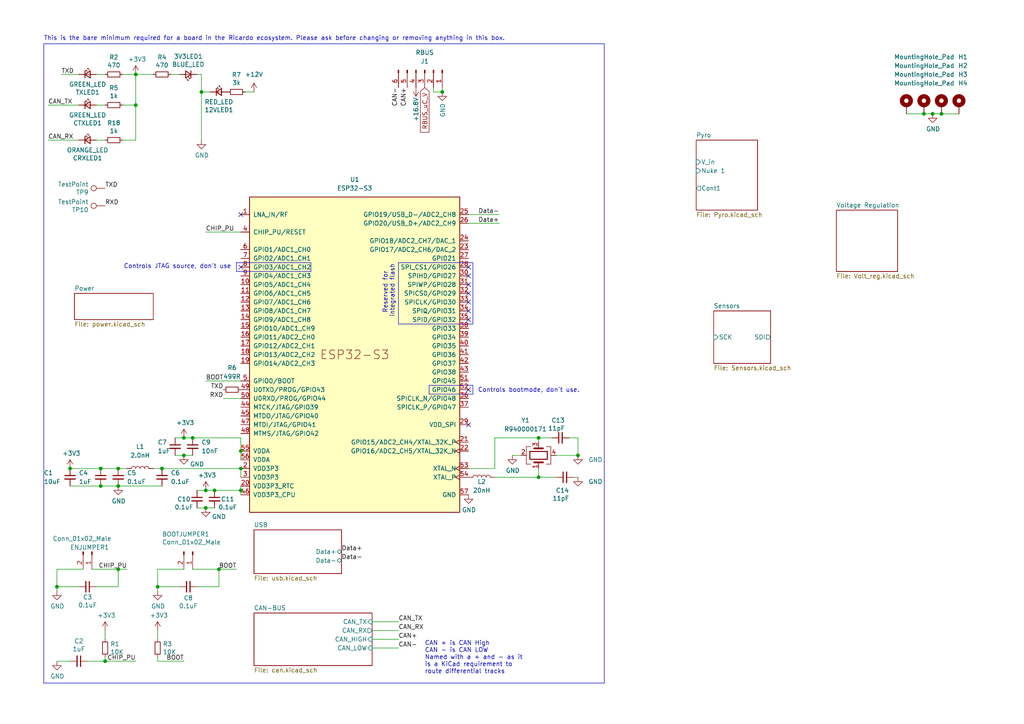
<source format=kicad_sch>
(kicad_sch (version 20231120) (generator "eeschema") (generator_version "8.0")
  (paper "A4")
  (lib_symbols
    (symbol "Connector:Conn_01x02_Male" (pin_names (offset 1.016) hide)
      (property "Reference" "J" (at 0 2.54 0))
      (property "Value" "Conn_01x02_Male" (at 0 -5.08 0))
      (symbol "Conn_01x02_Male_1_1"
        (polyline (pts (xy 1.27 -2.54) (xy 0.8636 -2.54)) (stroke (width 0.1524)))
        (polyline (pts (xy 1.27 0) (xy 0.8636 0)) (stroke (width 0.1524)))
        (rectangle (start 0.8636 -2.413) (end 0 -2.667) (stroke (width 0.1524)) (fill (type outline)))
        (rectangle (start 0.8636 0.127) (end 0 -0.127) (stroke (width 0.1524)) (fill (type outline)))
        (pin passive line (at 5.08 0 180) (length 3.81) (name "Pin_1") (number "1"))
        (pin passive line (at 5.08 -2.54 180) (length 3.81) (name "Pin_2") (number "2"))
      )
    )
    (symbol "Connector:Conn_01x06_Male" (pin_names (offset 1.016) hide)
      (property "Reference" "J" (at 0 7.62 0))
      (property "Value" "Conn_01x06_Male" (at 0 -10.16 0))
      (symbol "Conn_01x06_Male_1_1"
        (polyline (pts (xy 1.27 -7.62) (xy 0.8636 -7.62)) (stroke (width 0.1524)))
        (polyline (pts (xy 1.27 -5.08) (xy 0.8636 -5.08)) (stroke (width 0.1524)))
        (polyline (pts (xy 1.27 -2.54) (xy 0.8636 -2.54)) (stroke (width 0.1524)))
        (polyline (pts (xy 1.27 0) (xy 0.8636 0)) (stroke (width 0.1524)))
        (polyline (pts (xy 1.27 2.54) (xy 0.8636 2.54)) (stroke (width 0.1524)))
        (polyline (pts (xy 1.27 5.08) (xy 0.8636 5.08)) (stroke (width 0.1524)))
        (rectangle (start 0.8636 -7.493) (end 0 -7.747) (stroke (width 0.1524)) (fill (type outline)))
        (rectangle (start 0.8636 -4.953) (end 0 -5.207) (stroke (width 0.1524)) (fill (type outline)))
        (rectangle (start 0.8636 -2.413) (end 0 -2.667) (stroke (width 0.1524)) (fill (type outline)))
        (rectangle (start 0.8636 0.127) (end 0 -0.127) (stroke (width 0.1524)) (fill (type outline)))
        (rectangle (start 0.8636 2.667) (end 0 2.413) (stroke (width 0.1524)) (fill (type outline)))
        (rectangle (start 0.8636 5.207) (end 0 4.953) (stroke (width 0.1524)) (fill (type outline)))
        (pin passive line (at 5.08 5.08 180) (length 3.81) (name "Pin_1") (number "1"))
        (pin passive line (at 5.08 2.54 180) (length 3.81) (name "Pin_2") (number "2"))
        (pin passive line (at 5.08 0 180) (length 3.81) (name "Pin_3") (number "3"))
        (pin passive line (at 5.08 -2.54 180) (length 3.81) (name "Pin_4") (number "4"))
        (pin passive line (at 5.08 -5.08 180) (length 3.81) (name "Pin_5") (number "5"))
        (pin passive line (at 5.08 -7.62 180) (length 3.81) (name "Pin_6") (number "6"))
      )
    )
    (symbol "Connector:TestPoint" (pin_numbers hide) (pin_names (offset 0.762) hide)
      (property "Reference" "TP" (at 0 6.858 0))
      (property "Value" "TestPoint" (at 0 5.08 0))
      (symbol "TestPoint_0_1"
        (circle (center 0 3.302) (radius 0.762))
      )
      (symbol "TestPoint_1_1"
        (pin passive line (at 0 0 90) (length 2.54) (name "1") (number "1"))
      )
    )
    (symbol "Device:C_Small" (pin_numbers hide) (pin_names (offset 0.254) hide)
      (property "Reference" "C" (at 0.254 1.778 0))
      (property "Value" "C_Small" (at 0.254 -2.032 0))
      (symbol "C_Small_0_1"
        (polyline (pts (xy -1.524 -0.508) (xy 1.524 -0.508)) (stroke (width 0.3302)))
        (polyline (pts (xy -1.524 0.508) (xy 1.524 0.508)) (stroke (width 0.3048)))
      )
      (symbol "C_Small_1_1"
        (pin passive line (at 0 2.54 270) (length 2.032) (name "~") (number "1"))
        (pin passive line (at 0 -2.54 90) (length 2.032) (name "~") (number "2"))
      )
    )
    (symbol "Device:Crystal_GND24" (pin_names (offset 1.016) hide)
      (property "Reference" "Y" (at 3.175 5.08 0))
      (property "Value" "Crystal_GND24" (at 3.175 3.175 0))
      (symbol "Crystal_GND24_0_1"
        (rectangle (start -1.143 2.54) (end 1.143 -2.54) (stroke (width 0.3048)))
        (polyline (pts (xy -2.54 0) (xy -2.032 0)))
        (polyline (pts (xy -2.032 -1.27) (xy -2.032 1.27)) (stroke (width 0.508)))
        (polyline (pts (xy 0 -3.81) (xy 0 -3.556)))
        (polyline (pts (xy 0 3.556) (xy 0 3.81)))
        (polyline (pts (xy 2.032 -1.27) (xy 2.032 1.27)) (stroke (width 0.508)))
        (polyline (pts (xy 2.032 0) (xy 2.54 0)))
        (polyline (pts (xy -2.54 -2.286) (xy -2.54 -3.556) (xy 2.54 -3.556) (xy 2.54 -2.286)))
        (polyline (pts (xy -2.54 2.286) (xy -2.54 3.556) (xy 2.54 3.556) (xy 2.54 2.286)))
      )
      (symbol "Crystal_GND24_1_1"
        (pin passive line (at -3.81 0 0) (length 1.27) (name "1") (number "1"))
        (pin passive line (at 0 5.08 270) (length 1.27) (name "2") (number "2"))
        (pin passive line (at 3.81 0 180) (length 1.27) (name "3") (number "3"))
        (pin passive line (at 0 -5.08 90) (length 1.27) (name "4") (number "4"))
      )
    )
    (symbol "Device:L" (pin_numbers hide) (pin_names (offset 1.016) hide)
      (property "Reference" "L" (at -1.27 0 90))
      (property "Value" "L" (at 1.905 0 90))
      (symbol "L_0_1"
        (arc (start 0 -2.54) (mid 0.6323 -1.905) (end 0 -1.27))
        (arc (start 0 -1.27) (mid 0.6323 -0.635) (end 0 0))
        (arc (start 0 0) (mid 0.6323 0.635) (end 0 1.27))
        (arc (start 0 1.27) (mid 0.6323 1.905) (end 0 2.54))
      )
      (symbol "L_1_1"
        (pin passive line (at 0 3.81 270) (length 1.27) (name "1") (number "1"))
        (pin passive line (at 0 -3.81 90) (length 1.27) (name "2") (number "2"))
      )
    )
    (symbol "Device:LED_Small" (pin_numbers hide) (pin_names (offset 0.254) hide)
      (property "Reference" "D" (at -1.27 3.175 0))
      (property "Value" "LED_Small" (at -4.445 -2.54 0))
      (symbol "LED_Small_0_1"
        (polyline (pts (xy -0.762 -1.016) (xy -0.762 1.016)) (stroke (width 0.254)))
        (polyline (pts (xy 1.016 0) (xy -0.762 0)))
        (polyline (pts (xy 0.762 -1.016) (xy -0.762 0) (xy 0.762 1.016) (xy 0.762 -1.016)) (stroke (width 0.254)))
        (polyline (pts (xy 0 0.762) (xy -0.508 1.27) (xy -0.254 1.27) (xy -0.508 1.27) (xy -0.508 1.016)))
        (polyline (pts (xy 0.508 1.27) (xy 0 1.778) (xy 0.254 1.778) (xy 0 1.778) (xy 0 1.524)))
      )
      (symbol "LED_Small_1_1"
        (pin passive line (at -2.54 0 0) (length 1.778) (name "K") (number "1"))
        (pin passive line (at 2.54 0 180) (length 1.778) (name "A") (number "2"))
      )
    )
    (symbol "Device:R_Small" (pin_numbers hide) (pin_names (offset 0.254) hide)
      (property "Reference" "R" (at 0.762 0.508 0))
      (property "Value" "R_Small" (at 0.762 -1.016 0))
      (symbol "R_Small_0_1"
        (rectangle (start -0.762 1.778) (end 0.762 -1.778) (stroke (width 0.2032)))
      )
      (symbol "R_Small_1_1"
        (pin passive line (at 0 2.54 270) (length 0.762) (name "~") (number "1"))
        (pin passive line (at 0 -2.54 90) (length 0.762) (name "~") (number "2"))
      )
    )
    (symbol "Espressif:ESP32-S3" (pin_names (offset 1.016))
      (property "Reference" "U" (at 0 48.26 0))
      (property "Value" "ESP32-S3" (at 0 -48.26 0))
      (symbol "ESP32-S3_0_0"
        (text "ESP32-S3" (at 0 0 0) (effects (font (size 2.54 2.54))))
        (pin bidirectional line (at 33.02 -12.7 180) (length 2.54) (name "SPICLK_N/GPIO48") (number "36"))
        (pin bidirectional line (at 33.02 -15.24 180) (length 2.54) (name "SPICLK_P/GPIO47") (number "37"))
      )
      (symbol "ESP32-S3_0_1"
        (rectangle (start -30.48 45.72) (end 30.48 -45.72) (stroke (width 0.254)) (fill (type background)))
      )
      (symbol "ESP32-S3_1_1"
        (pin bidirectional line (at -33.02 40.64 0) (length 2.54) (name "LNA_IN/RF") (number "1"))
        (pin bidirectional line (at -33.02 20.32 0) (length 2.54) (name "GPIO5/ADC1_CH4") (number "10"))
        (pin bidirectional line (at -33.02 17.78 0) (length 2.54) (name "GPIO6/ADC1_CH5") (number "11"))
        (pin bidirectional line (at -33.02 15.24 0) (length 2.54) (name "GPIO7/ADC1_CH6") (number "12"))
        (pin bidirectional line (at -33.02 12.7 0) (length 2.54) (name "GPIO8/ADC1_CH7") (number "13"))
        (pin bidirectional line (at -33.02 10.16 0) (length 2.54) (name "GPIO9/ADC1_CH8") (number "14"))
        (pin bidirectional line (at -33.02 7.62 0) (length 2.54) (name "GPIO10/ADC1_CH9") (number "15"))
        (pin bidirectional line (at -33.02 5.08 0) (length 2.54) (name "GPIO11/ADC2_CH0") (number "16"))
        (pin bidirectional line (at -33.02 2.54 0) (length 2.54) (name "GPIO12/ADC2_CH1") (number "17"))
        (pin bidirectional line (at -33.02 0 0) (length 2.54) (name "GPIO13/ADC2_CH2") (number "18"))
        (pin bidirectional line (at -33.02 -2.54 0) (length 2.54) (name "GPIO14/ADC2_CH3") (number "19"))
        (pin power_in line (at -33.02 -33.02 0) (length 2.54) (name "VDD3P3") (number "2"))
        (pin power_in line (at -33.02 -38.1 0) (length 2.54) (name "VDD3P3_RTC") (number "20"))
        (pin input clock (at 33.02 -25.4 180) (length 2.54) (name "GPIO15/ADC2_CH4/XTAL_32K_P") (number "21"))
        (pin output clock (at 33.02 -27.94 180) (length 2.54) (name "GPIO16/ADC2_CH5/XTAL_32K_N") (number "22"))
        (pin bidirectional line (at 33.02 30.48 180) (length 2.54) (name "GPIO17/ADC2_CH6/DAC_2") (number "23"))
        (pin bidirectional line (at 33.02 33.02 180) (length 2.54) (name "GPIO18/ADC2_CH7/DAC_1") (number "24"))
        (pin bidirectional line (at 33.02 40.64 180) (length 2.54) (name "GPIO19/USB_D-/ADC2_CH8") (number "25"))
        (pin bidirectional line (at 33.02 38.1 180) (length 2.54) (name "GPIO20/USB_D+/ADC2_CH9") (number "26"))
        (pin bidirectional line (at 33.02 27.94 180) (length 2.54) (name "GPIO21") (number "27"))
        (pin bidirectional line (at 33.02 25.4 180) (length 2.54) (name "SPI_CS1/GPIO26") (number "28"))
        (pin power_out line (at 33.02 -20.32 180) (length 2.54) (name "VDD_SPI") (number "29"))
        (pin power_in line (at -33.02 -35.56 0) (length 2.54) (name "VDD3P3") (number "3"))
        (pin bidirectional line (at 33.02 22.86 180) (length 2.54) (name "SPIHD/GPIO27") (number "30"))
        (pin bidirectional line (at 33.02 20.32 180) (length 2.54) (name "SPIWP/GPIO28") (number "31"))
        (pin bidirectional line (at 33.02 17.78 180) (length 2.54) (name "SPICS0/GPIO29") (number "32"))
        (pin bidirectional line (at 33.02 15.24 180) (length 2.54) (name "SPICLK/GPIO30") (number "33"))
        (pin bidirectional line (at 33.02 12.7 180) (length 2.54) (name "SPIQ/GPIO31") (number "34"))
        (pin bidirectional line (at 33.02 10.16 180) (length 2.54) (name "SPID/GPIO32") (number "35"))
        (pin bidirectional line (at 33.02 7.62 180) (length 2.54) (name "GPIO33") (number "38"))
        (pin bidirectional line (at 33.02 5.08 180) (length 2.54) (name "GPIO34") (number "39"))
        (pin input line (at -33.02 35.56 0) (length 2.54) (name "CHIP_PU/RESET") (number "4"))
        (pin bidirectional line (at 33.02 2.54 180) (length 2.54) (name "GPIO35") (number "40"))
        (pin bidirectional line (at 33.02 0 180) (length 2.54) (name "GPIO36") (number "41"))
        (pin bidirectional line (at 33.02 -2.54 180) (length 2.54) (name "GPIO37") (number "42"))
        (pin bidirectional line (at 33.02 -5.08 180) (length 2.54) (name "GPIO38") (number "43"))
        (pin bidirectional line (at -33.02 -15.24 0) (length 2.54) (name "MTCK/JTAG/GPIO39") (number "44"))
        (pin bidirectional line (at -33.02 -17.78 0) (length 2.54) (name "MTDO/JTAG/GPIO40") (number "45"))
        (pin power_in line (at -33.02 -40.64 0) (length 2.54) (name "VDD3P3_CPU") (number "46"))
        (pin bidirectional line (at -33.02 -20.32 0) (length 2.54) (name "MTDI/JTAG/GPIO41") (number "47"))
        (pin bidirectional line (at -33.02 -22.86 0) (length 2.54) (name "MTMS/JTAG/GPIO42") (number "48"))
        (pin bidirectional line (at -33.02 -10.16 0) (length 2.54) (name "U0TXD/PROG/GPIO43") (number "49"))
        (pin bidirectional line (at -33.02 -7.62 0) (length 2.54) (name "GPIO0/BOOT") (number "5"))
        (pin bidirectional line (at -33.02 -12.7 0) (length 2.54) (name "U0RXD/PROG/GPIO44") (number "50"))
        (pin bidirectional line (at 33.02 -7.62 180) (length 2.54) (name "GPIO45") (number "51"))
        (pin bidirectional line (at 33.02 -10.16 180) (length 2.54) (name "GPIO46") (number "52"))
        (pin input clock (at 33.02 -33.02 180) (length 2.54) (name "XTAL_N") (number "53"))
        (pin output clock (at 33.02 -35.56 180) (length 2.54) (name "XTAL_P") (number "54"))
        (pin power_in line (at -33.02 -27.94 0) (length 2.54) (name "VDDA") (number "55"))
        (pin power_in line (at -33.02 -30.48 0) (length 2.54) (name "VDDA") (number "56"))
        (pin power_in line (at 33.02 -40.64 180) (length 2.54) (name "GND") (number "57"))
        (pin bidirectional line (at -33.02 30.48 0) (length 2.54) (name "GPIO1/ADC1_CH0") (number "6"))
        (pin bidirectional line (at -33.02 27.94 0) (length 2.54) (name "GPIO2/ADC1_CH1") (number "7"))
        (pin bidirectional line (at -33.02 25.4 0) (length 2.54) (name "GPIO3/ADC1_CH2") (number "8"))
        (pin bidirectional line (at -33.02 22.86 0) (length 2.54) (name "GPIO4/ADC1_CH3") (number "9"))
      )
    )
    (symbol "Mechanical:MountingHole_Pad" (pin_numbers hide) (pin_names (offset 1.016) hide)
      (property "Reference" "H" (at 0 6.35 0))
      (property "Value" "MountingHole_Pad" (at 0 4.445 0))
      (symbol "MountingHole_Pad_0_1"
        (circle (center 0 1.27) (radius 1.27) (stroke (width 1.27)))
      )
      (symbol "MountingHole_Pad_1_1"
        (pin input line (at 0 -2.54 90) (length 2.54) (name "1") (number "1"))
      )
    )
    (symbol "power:+12V" (power) (pin_names (offset 0))
      (property "Value" "+12V" (at 0 3.556 0))
      (symbol "+12V_0_1"
        (polyline (pts (xy -0.762 1.27) (xy 0 2.54)))
        (polyline (pts (xy 0 0) (xy 0 2.54)))
        (polyline (pts (xy 0 2.54) (xy 0.762 1.27)))
      )
      (symbol "+12V_1_1"
        (pin power_in line (at 0 0 90) (length 0) hide (name "+12V") (number "1"))
      )
    )
    (symbol "power:+3.3V" (power) (pin_names (offset 0))
      (property "Value" "+3.3V" (at 0 3.556 0))
      (symbol "+3.3V_0_1"
        (polyline (pts (xy -0.762 1.27) (xy 0 2.54)))
        (polyline (pts (xy 0 0) (xy 0 2.54)))
        (polyline (pts (xy 0 2.54) (xy 0.762 1.27)))
      )
      (symbol "+3.3V_1_1"
        (pin power_in line (at 0 0 90) (length 0) hide (name "+3V3") (number "1"))
      )
    )
    (symbol "power:GND" (power) (pin_names (offset 0))
      (property "Value" "GND" (at 0 -3.81 0))
      (symbol "GND_0_1"
        (polyline (pts (xy 0 0) (xy 0 -1.27) (xy 1.27 -1.27) (xy 0 -2.54) (xy -1.27 -1.27) (xy 0 -1.27)))
      )
      (symbol "GND_1_1"
        (pin power_in line (at 0 0 270) (length 0) hide (name "GND") (number "1"))
      )
    )
  )
  (junction (at 39.37 21.59))
  (junction (at 59.69 142.24))
  (junction (at 53.34 127))
  (junction (at 58.42 26.67))
  (junction (at 39.37 30.48))
  (junction (at 30.48 191.77))
  (junction (at 69.85 142.24))
  (junction (at 55.88 127))
  (junction (at 63.5 165.1))
  (junction (at 59.69 147.32))
  (junction (at 62.23 142.24))
  (junction (at 34.29 135.89))
  (junction (at 20.32 135.89))
  (junction (at 45.72 170.18))
  (junction (at 29.21 135.89))
  (junction (at 34.29 140.97))
  (junction (at 156.21 127))
  (junction (at 273.05 33.02))
  (junction (at 53.34 132.08))
  (junction (at 156.21 138.43))
  (junction (at 69.85 130.81))
  (junction (at 29.21 140.97))
  (junction (at 16.51 170.18))
  (junction (at 270.51 33.02))
  (junction (at 267.97 33.02))
  (junction (at 167.64 132.08))
  (junction (at 46.99 135.89))
  (junction (at 128.27 26.67))
  (junction (at 34.29 165.1))
  (junction (at 69.85 135.89))
  (no_connect (at 135.89 77.47))
  (no_connect (at 135.89 87.63))
  (no_connect (at 135.89 85.09))
  (no_connect (at 135.89 90.17))
  (no_connect (at 135.89 80.01))
  (no_connect (at 135.89 92.71))
  (no_connect (at 69.85 77.47))
  (no_connect (at 69.85 62.23))
  (no_connect (at 135.89 113.03))
  (no_connect (at 135.89 82.55))
  (no_connect (at 135.89 123.19))
  (wire (pts (xy 30.48 191.77) (xy 30.48 190.5)))
  (wire (pts (xy 135.89 62.23) (xy 144.78 62.23)))
  (wire (pts (xy 69.85 135.89) (xy 69.85 138.43)))
  (polyline (pts (xy 90.17 78.74) (xy 68.58 78.74)))
  (wire (pts (xy 63.5 170.18) (xy 63.5 165.1)))
  (polyline (pts (xy 68.58 76.2) (xy 68.58 78.74)))
  (wire (pts (xy 60.96 26.67) (xy 58.42 26.67)))
  (wire (pts (xy 16.51 191.77) (xy 20.32 191.77)))
  (wire (pts (xy 107.95 180.34) (xy 115.57 180.34)))
  (wire (pts (xy 128.27 25.4) (xy 128.27 26.67)))
  (wire (pts (xy 160.02 127) (xy 156.21 127)))
  (wire (pts (xy 35.56 30.48) (xy 39.37 30.48)))
  (wire (pts (xy 45.72 165.1) (xy 53.34 165.1)))
  (wire (pts (xy 125.73 26.67) (xy 128.27 26.67)))
  (wire (pts (xy 58.42 21.59) (xy 57.15 21.59)))
  (wire (pts (xy 29.21 135.89) (xy 34.29 135.89)))
  (wire (pts (xy 143.51 138.43) (xy 156.21 138.43)))
  (wire (pts (xy 59.69 110.49) (xy 69.85 110.49)))
  (polyline (pts (xy 12.7 12.7) (xy 12.7 198.12)))
  (wire (pts (xy 267.97 33.02) (xy 262.89 33.02)))
  (wire (pts (xy 16.51 170.18) (xy 16.51 171.45)))
  (wire (pts (xy 57.15 170.18) (xy 63.5 170.18)))
  (polyline (pts (xy 137.16 111.76) (xy 137.16 114.3)))
  (wire (pts (xy 68.58 165.1) (xy 63.5 165.1)))
  (wire (pts (xy 27.94 21.59) (xy 30.48 21.59)))
  (wire (pts (xy 16.51 165.1) (xy 16.51 170.18)))
  (wire (pts (xy 161.29 132.08) (xy 167.64 132.08)))
  (wire (pts (xy 30.48 182.88) (xy 30.48 185.42)))
  (wire (pts (xy 57.15 147.32) (xy 59.69 147.32)))
  (polyline (pts (xy 68.58 76.2) (xy 90.17 76.2)))
  (wire (pts (xy 34.29 135.89) (xy 36.83 135.89)))
  (wire (pts (xy 69.85 142.24) (xy 69.85 143.51)))
  (wire (pts (xy 62.23 142.24) (xy 69.85 142.24)))
  (wire (pts (xy 64.77 115.57) (xy 69.85 115.57)))
  (wire (pts (xy 53.34 132.08) (xy 55.88 132.08)))
  (wire (pts (xy 143.51 135.89) (xy 143.51 127)))
  (wire (pts (xy 156.21 127) (xy 156.21 128.27)))
  (wire (pts (xy 34.29 165.1) (xy 36.83 165.1)))
  (wire (pts (xy 50.8 132.08) (xy 53.34 132.08)))
  (polyline (pts (xy 124.46 111.76) (xy 124.46 114.3)))
  (wire (pts (xy 35.56 40.64) (xy 39.37 40.64)))
  (polyline (pts (xy 12.7 12.7) (xy 175.26 12.7)))
  (wire (pts (xy 39.37 30.48) (xy 39.37 40.64)))
  (wire (pts (xy 44.45 135.89) (xy 46.99 135.89)))
  (wire (pts (xy 69.85 130.81) (xy 69.85 133.35)))
  (wire (pts (xy 39.37 30.48) (xy 39.37 21.59)))
  (wire (pts (xy 22.86 170.18) (xy 16.51 170.18)))
  (wire (pts (xy 27.94 40.64) (xy 30.48 40.64)))
  (wire (pts (xy 50.8 127) (xy 53.34 127)))
  (wire (pts (xy 17.78 21.59) (xy 22.86 21.59)))
  (wire (pts (xy 13.97 30.48) (xy 22.86 30.48)))
  (wire (pts (xy 52.07 170.18) (xy 45.72 170.18)))
  (wire (pts (xy 278.13 33.02) (xy 273.05 33.02)))
  (wire (pts (xy 29.21 140.97) (xy 34.29 140.97)))
  (wire (pts (xy 35.56 21.59) (xy 39.37 21.59)))
  (wire (pts (xy 55.88 127) (xy 69.85 127)))
  (wire (pts (xy 107.95 187.96) (xy 115.57 187.96)))
  (wire (pts (xy 107.95 182.88) (xy 115.57 182.88)))
  (wire (pts (xy 69.85 127) (xy 69.85 130.81)))
  (polyline (pts (xy 137.16 114.3) (xy 124.46 114.3)))
  (wire (pts (xy 55.88 165.1) (xy 63.5 165.1)))
  (wire (pts (xy 125.73 25.4) (xy 125.73 26.67)))
  (wire (pts (xy 25.4 191.77) (xy 30.48 191.77)))
  (wire (pts (xy 273.05 33.02) (xy 270.51 33.02)))
  (wire (pts (xy 135.89 135.89) (xy 143.51 135.89)))
  (wire (pts (xy 45.72 170.18) (xy 45.72 171.45)))
  (wire (pts (xy 45.72 191.77) (xy 45.72 190.5)))
  (wire (pts (xy 49.53 21.59) (xy 52.07 21.59)))
  (wire (pts (xy 148.59 132.08) (xy 151.13 132.08)))
  (wire (pts (xy 58.42 21.59) (xy 58.42 26.67)))
  (wire (pts (xy 161.29 138.43) (xy 156.21 138.43)))
  (wire (pts (xy 59.69 67.31) (xy 69.85 67.31)))
  (wire (pts (xy 53.34 191.77) (xy 45.72 191.77)))
  (wire (pts (xy 58.42 26.67) (xy 58.42 40.64)))
  (wire (pts (xy 156.21 135.89) (xy 156.21 138.43)))
  (wire (pts (xy 34.29 170.18) (xy 34.29 165.1)))
  (polyline (pts (xy 90.17 76.2) (xy 90.17 78.74)))
  (wire (pts (xy 143.51 127) (xy 156.21 127)))
  (wire (pts (xy 167.64 138.43) (xy 166.37 138.43)))
  (wire (pts (xy 20.32 135.89) (xy 29.21 135.89)))
  (wire (pts (xy 167.64 127) (xy 167.64 132.08)))
  (wire (pts (xy 13.97 40.64) (xy 22.86 40.64)))
  (wire (pts (xy 39.37 21.59) (xy 44.45 21.59)))
  (polyline (pts (xy 124.46 111.76) (xy 137.16 111.76)))
  (wire (pts (xy 59.69 147.32) (xy 62.23 147.32)))
  (wire (pts (xy 30.48 191.77) (xy 39.37 191.77)))
  (wire (pts (xy 270.51 33.02) (xy 267.97 33.02)))
  (wire (pts (xy 107.95 185.42) (xy 115.57 185.42)))
  (wire (pts (xy 53.34 127) (xy 55.88 127)))
  (wire (pts (xy 73.66 26.67) (xy 71.12 26.67)))
  (wire (pts (xy 46.99 135.89) (xy 69.85 135.89)))
  (polyline (pts (xy 175.26 12.7) (xy 175.26 198.12)))
  (wire (pts (xy 27.94 30.48) (xy 30.48 30.48)))
  (wire (pts (xy 34.29 140.97) (xy 46.99 140.97)))
  (wire (pts (xy 135.89 64.77) (xy 144.78 64.77)))
  (wire (pts (xy 27.94 170.18) (xy 34.29 170.18)))
  (wire (pts (xy 45.72 165.1) (xy 45.72 170.18)))
  (wire (pts (xy 59.69 142.24) (xy 62.23 142.24)))
  (wire (pts (xy 57.15 142.24) (xy 59.69 142.24)))
  (wire (pts (xy 20.32 140.97) (xy 29.21 140.97)))
  (wire (pts (xy 69.85 142.24) (xy 69.85 140.97)))
  (wire (pts (xy 167.64 127) (xy 165.1 127)))
  (wire (pts (xy 26.67 165.1) (xy 34.29 165.1)))
  (wire (pts (xy 45.72 182.88) (xy 45.72 185.42)))
  (wire (pts (xy 16.51 165.1) (xy 24.13 165.1)))
  (polyline (pts (xy 175.26 198.12) (xy 12.7 198.12)))
  (rectangle (start 115.57 76.2) (end 137.16 93.98))
  (text "Controls bootmode, don't use.\n" (at 138.5894 113.9757 0) (effects (font (size 1.27 1.27)) (justify left bottom)))
  (text "This is the bare minimum required for a board in the Ricardo ecosystem. Please ask before changing or removing anything in this box.\n\n" (at 12.7 13.97 0) (effects (font (size 1.27 1.27)) (justify left bottom)))
  (text "CAN + is CAN High\nCAN - is CAN LOW\nNamed with a + and - as it\nis a KiCad requirement to\nroute differential tracks\n" (at 123.19 195.58 0) (effects (font (size 1.27 1.27)) (justify left bottom)))
  (text "Controls JTAG source, don't use\n" (at 67.0857 78.0878 0) (effects (font (size 1.27 1.27)) (justify right bottom)))
  (text "Reserved for \nintegrated flash" (at 112.776 84.328 90) (effects (font (size 1.27 1.27))))
  (label "CHIP_PU" (at 36.83 165.1 180))
  (label "CAN+" (at 115.57 185.42 0))
  (label "Data+" (at 99.06 160.02 0) (property "Netclass" "USB" (effects (hide yes))))
  (label "RXD" (at 30.48 59.69 0))
  (label "Data-" (at 99.06 162.56 0) (property "Netclass" "USB" (effects (hide yes))))
  (label "BOOT" (at 53.34 191.77 180))
  (label "TXD" (at 30.48 54.61 0))
  (label "CAN_RX" (at 13.97 40.64 0))
  (label "CAN-" (at 115.57 25.4 270))
  (label "CAN+" (at 118.11 25.4 270))
  (label "CAN_TX" (at 115.57 180.34 0))
  (label "BOOT" (at 68.58 165.1 180))
  (label "RXD" (at 64.77 115.57 180))
  (label "BOOT" (at 59.69 110.49 0))
  (label "TXD" (at 64.77 113.03 180))
  (label "CAN_TX" (at 13.97 30.48 0))
  (label "CHIP_PU" (at 59.69 67.31 0))
  (label "CAN_RX" (at 115.57 182.88 0))
  (label "Data+" (at 144.78 64.77 180))
  (label "Data-" (at 144.78 62.23 180))
  (label "CAN-" (at 115.57 187.96 0))
  (label "TXD" (at 17.78 21.59 0))
  (label "CHIP_PU" (at 39.37 191.77 180))
  (global_label "RBUS_uC_V" (shape input) (at 123.19 25.4 270) (property "Intersheetrefs" "${INTERSHEET_REFS}" (effects (hide yes))))
  (symbol (lib_id "power:+3.3V") (at 30.48 182.88 0) (unit 1)
    (property "Reference" "#PWR04" (effects (hide yes)))
    (property "Value" "+3V3" (at 30.861 178.4858 0))
  )
  (symbol (lib_id "Device:R_Small") (at 30.48 187.96 0) (unit 1)
    (property "Reference" "R1" (at 31.9786 186.7916 0) (effects (justify left)))
    (property "Value" "10K" (at 31.9786 189.103 0) (effects (justify left)))
    (property "Footprint" "Resistor_SMD:R_0402_1005Metric" (effects (hide yes)))
  )
  (symbol (lib_id "Device:C_Small") (at 22.86 191.77 270) (unit 1)
    (property "Reference" "C2" (at 22.86 185.9534 90))
    (property "Value" "1uF" (at 22.86 188.2648 90))
    (property "Footprint" "Capacitor_SMD:C_0402_1005Metric" (effects (hide yes)))
  )
  (symbol (lib_id "power:GND") (at 16.51 191.77 0) (unit 1)
    (property "Reference" "#PWR02" (effects (hide yes)))
    (property "Value" "GND" (at 16.637 196.1642 0))
  )
  (symbol (lib_id "power:+3.3V") (at 45.72 182.88 0) (unit 1)
    (property "Reference" "#PWR08" (effects (hide yes)))
    (property "Value" "+3V3" (at 46.101 178.4858 0))
  )
  (symbol (lib_id "Device:R_Small") (at 45.72 187.96 0) (unit 1)
    (property "Reference" "R3" (at 47.2186 186.7916 0) (effects (justify left)))
    (property "Value" "10K" (at 47.2186 189.103 0) (effects (justify left)))
    (property "Footprint" "Resistor_SMD:R_0402_1005Metric" (effects (hide yes)))
  )
  (symbol (lib_id "power:GND") (at 45.72 171.45 0) (unit 1)
    (property "Reference" "#PWR07" (effects (hide yes)))
    (property "Value" "GND" (at 45.847 175.8442 0))
  )
  (symbol (lib_id "Device:C_Small") (at 54.61 170.18 270) (unit 1)
    (property "Reference" "C8" (at 54.61 173.4566 90))
    (property "Value" "0.1uF" (at 54.61 175.768 90))
    (property "Footprint" "Capacitor_SMD:C_0402_1005Metric" (effects (hide yes)))
  )
  (symbol (lib_id "power:GND") (at 16.51 171.45 0) (unit 1)
    (property "Reference" "#PWR01" (effects (hide yes)))
    (property "Value" "GND" (at 16.637 175.8442 0))
  )
  (symbol (lib_id "Device:C_Small") (at 25.4 170.18 270) (unit 1)
    (property "Reference" "C3" (at 25.4 173.2026 90))
    (property "Value" "0.1uF" (at 25.4 175.514 90))
    (property "Footprint" "Capacitor_SMD:C_0402_1005Metric" (effects (hide yes)))
  )
  (symbol (lib_id "Device:LED_Small") (at 25.4 21.59 0) (unit 1)
    (property "Reference" "TXLED1" (at 25.4 26.797 0))
    (property "Value" "GREEN_LED" (at 25.4 24.4856 0))
    (property "Footprint" "Resistor_SMD:R_0402_1005Metric" (effects (hide yes)))
  )
  (symbol (lib_id "Device:R_Small") (at 33.02 21.59 270) (unit 1)
    (property "Reference" "R2" (at 33.02 16.6116 90))
    (property "Value" "470" (at 33.02 18.923 90))
    (property "Footprint" "Resistor_SMD:R_0402_1005Metric" (effects (hide yes)))
  )
  (symbol (lib_id "power:GND") (at 58.42 40.64 0) (unit 1)
    (property "Reference" "#PWR012" (effects (hide yes)))
    (property "Value" "GND" (at 58.547 45.0342 0))
  )
  (symbol (lib_id "power:+3.3V") (at 39.37 21.59 0) (unit 1)
    (property "Reference" "#PWR06" (effects (hide yes)))
    (property "Value" "+3V3" (at 39.751 17.1958 0))
  )
  (symbol (lib_id "Device:LED_Small") (at 54.61 21.59 180) (unit 1)
    (property "Reference" "3V3LED1" (at 54.61 16.383 0))
    (property "Value" "BLUE_LED" (at 54.61 18.6944 0))
    (property "Footprint" "Resistor_SMD:R_0402_1005Metric" (effects (hide yes)))
  )
  (symbol (lib_id "Device:R_Small") (at 46.99 21.59 270) (unit 1)
    (property "Reference" "R4" (at 46.99 16.6116 90))
    (property "Value" "470" (at 46.99 18.923 90))
    (property "Footprint" "Resistor_SMD:R_0402_1005Metric" (effects (hide yes)))
  )
  (symbol (lib_id "Connector:Conn_01x02_Male") (at 26.67 160.02 270) (unit 1)
    (property "Reference" "ENJUMPER1" (at 20.32 158.75 90) (effects (justify left)))
    (property "Value" "Conn_01x02_Male" (at 15.24 156.21 90) (effects (justify left)))
    (property "Footprint" "Connector_PinHeader_2.54mm:PinHeader_1x02_P2.54mm_Vertical" (effects (hide yes)))
  )
  (symbol (lib_id "Connector:Conn_01x02_Male") (at 55.88 160.02 270) (unit 1)
    (property "Reference" "BOOTJUMPER1" (at 46.99 154.94 90) (effects (justify left)))
    (property "Value" "Conn_01x02_Male" (at 46.99 157.2514 90) (effects (justify left)))
    (property "Footprint" "Connector_PinHeader_2.54mm:PinHeader_1x02_P2.54mm_Vertical" (effects (hide yes)))
  )
  (symbol (lib_id "power:GND") (at 128.27 26.67 0) (unit 1)
    (property "Reference" "#PWR018" (effects (hide yes)))
    (property "Value" "GND" (at 128.397 29.9212 90) (effects (justify right)))
  )
  (symbol (lib_id "Connector:Conn_01x06_Male") (at 123.19 20.32 270) (unit 1)
    (property "Reference" "J1" (at 123.19 17.78 90))
    (property "Value" "RBUS" (at 123.19 15.24 90))
    (property "Footprint" "Connector_Molex:Molex_Mini-Fit_Jr_5566-06A_2x03_P4.20mm_Vertical" (effects (hide yes)))
  )
  (symbol (lib_id "Device:LED_Small") (at 63.5 26.67 0) (unit 1)
    (property "Reference" "12VLED1" (at 63.5 31.877 0))
    (property "Value" "RED_LED" (at 63.5 29.5656 0))
    (property "Footprint" "Resistor_SMD:R_0402_1005Metric" (effects (hide yes)))
  )
  (symbol (lib_id "Device:R_Small") (at 68.58 26.67 270) (unit 1)
    (property "Reference" "R7" (at 68.58 21.6916 90))
    (property "Value" "3k" (at 68.58 24.003 90))
    (property "Footprint" "Resistor_SMD:R_0402_1005Metric" (effects (hide yes)))
  )
  (symbol (lib_id "Device:LED_Small") (at 25.4 30.48 0) (unit 1)
    (property "Reference" "CTXLED1" (at 25.4 35.687 0))
    (property "Value" "GREEN_LED" (at 25.4 33.3756 0))
    (property "Footprint" "Resistor_SMD:R_0402_1005Metric" (effects (hide yes)))
  )
  (symbol (lib_id "Connector:TestPoint") (at 30.48 54.61 90) (unit 1)
    (property "Reference" "TP9" (at 25.7048 55.7784 90) (effects (justify left)))
    (property "Value" "TestPoint" (at 25.7048 53.467 90) (effects (justify left)))
    (property "Footprint" "TestPoint:TestPoint_Pad_D1.0mm" (effects (hide yes)))
  )
  (symbol (lib_id "power:GND") (at 167.64 132.08 0) (unit 1)
    (property "Reference" "#PWR021" (effects (hide yes)))
    (property "Value" "GND" (at 172.72 133.35 0))
  )
  (symbol (lib_id "power:GND") (at 34.29 140.97 0) (unit 1)
    (property "Reference" "#PWR05" (effects (hide yes)))
    (property "Value" "GND" (at 34.417 145.3642 0))
  )
  (symbol (lib_id "Device:C_Small") (at 55.88 129.54 0) (unit 1)
    (property "Reference" "C9" (at 58.42 128.2762 0) (effects (justify left)))
    (property "Value" "10nF" (at 58.42 130.8162 0) (effects (justify left)))
    (property "Footprint" "Capacitor_SMD:C_0402_1005Metric" (effects (hide yes)))
  )
  (symbol (lib_id "power:+3.3V") (at 53.34 127 0) (unit 1)
    (property "Reference" "#PWR010" (effects (hide yes)))
    (property "Value" "+3V3" (at 53.721 122.6058 0))
  )
  (symbol (lib_id "Mechanical:MountingHole_Pad") (at 267.97 30.48 0) (unit 1)
    (property "Reference" "H2" (at 280.67 19.05 0) (effects (justify right)))
    (property "Value" "MountingHole_Pad" (at 276.86 21.59 0) (effects (justify right)))
    (property "Footprint" "MountingHole:MountingHole_3.2mm_M3_DIN965_Pad" (effects (hide yes)))
  )
  (symbol (lib_id "Device:C_Small") (at 50.8 129.54 0) (unit 1)
    (property "Reference" "C7" (at 45.72 128.27 0) (effects (justify left)))
    (property "Value" "1uF" (at 45.72 130.81 0) (effects (justify left)))
    (property "Footprint" "Capacitor_SMD:C_0402_1005Metric" (effects (hide yes)))
  )
  (symbol (lib_id "power:+12V") (at 73.66 26.67 0) (unit 1)
    (property "Reference" "#PWR015" (effects (hide yes)))
    (property "Value" "+12V" (at 73.66 21.59 0))
  )
  (symbol (lib_id "Mechanical:MountingHole_Pad") (at 278.13 30.48 0) (unit 1)
    (property "Reference" "H4" (at 280.67 24.13 0) (effects (justify right)))
    (property "Value" "MountingHole_Pad" (at 276.86 16.51 0) (effects (justify right)))
    (property "Footprint" "MountingHole:MountingHole_3.2mm_M3_DIN965_Pad" (effects (hide yes)))
  )
  (symbol (lib_id "power:GND") (at 59.69 147.32 0) (unit 1)
    (property "Reference" "#PWR014" (effects (hide yes)))
    (property "Value" "GND" (at 63.5 149.86 0))
  )
  (symbol (lib_id "power:+12V") (at 120.65 25.4 180) (unit 1)
    (property "Reference" "#PWR017" (effects (hide yes)))
    (property "Value" "+16.8V" (at 120.65 31.75 90))
  )
  (symbol (lib_id "Device:R_Small") (at 33.02 40.64 270) (unit 1)
    (property "Reference" "R18" (at 33.02 35.6616 90))
    (property "Value" "1k" (at 33.02 37.973 90))
    (property "Footprint" "Resistor_SMD:R_0402_1005Metric" (effects (hide yes)))
  )
  (symbol (lib_id "Device:LED_Small") (at 25.4 40.64 0) (unit 1)
    (property "Reference" "CRXLED1" (at 25.4 45.847 0))
    (property "Value" "ORANGE_LED" (at 25.4 43.5356 0))
    (property "Footprint" "Resistor_SMD:R_0402_1005Metric" (effects (hide yes)))
  )
  (symbol (lib_id "Device:C_Small") (at 20.32 138.43 0) (unit 1)
    (property "Reference" "C1" (at 12.7 137.16 0) (effects (justify left)))
    (property "Value" "10uF" (at 12.7 139.7 0) (effects (justify left)))
    (property "Footprint" "Capacitor_SMD:C_0402_1005Metric" (effects (hide yes)))
  )
  (symbol (lib_id "Device:C_Small") (at 57.15 144.78 0) (unit 1)
    (property "Reference" "C10" (at 53.34 144.78 0))
    (property "Value" "0.1uF" (at 53.34 147.0914 0))
    (property "Footprint" "Capacitor_SMD:C_0402_1005Metric" (effects (hide yes)))
  )
  (symbol (lib_id "Device:C_Small") (at 163.83 138.43 90) (unit 1)
    (property "Reference" "C14" (at 165.1 142.24 90) (effects (justify left)))
    (property "Value" "11pF" (at 165.1 144.5514 90) (effects (justify left)))
    (property "Footprint" "Capacitor_SMD:C_0402_1005Metric" (effects (hide yes)))
  )
  (symbol (lib_id "power:GND") (at 167.64 138.43 0) (unit 1)
    (property "Reference" "#PWR022" (effects (hide yes)))
    (property "Value" "GND" (at 172.72 139.7 0))
  )
  (symbol (lib_id "Device:C_Small") (at 34.29 138.43 0) (unit 1)
    (property "Reference" "C5" (at 36.83 137.1662 0) (effects (justify left)))
    (property "Value" "0.1uF" (at 36.83 139.7062 0) (effects (justify left)))
    (property "Footprint" "Capacitor_SMD:C_0402_1005Metric" (effects (hide yes)))
  )
  (symbol (lib_id "power:GND") (at 53.34 132.08 0) (unit 1)
    (property "Reference" "#PWR011" (effects (hide yes)))
    (property "Value" "GND" (at 57.15 134.62 0))
  )
  (symbol (lib_id "Mechanical:MountingHole_Pad") (at 262.89 30.48 0) (unit 1)
    (property "Reference" "H1" (at 280.67 16.51 0) (effects (justify right)))
    (property "Value" "MountingHole_Pad" (at 276.86 24.13 0) (effects (justify right)))
    (property "Footprint" "MountingHole:MountingHole_3.2mm_M3_DIN965_Pad" (effects (hide yes)))
  )
  (symbol (lib_id "Device:R_Small") (at 33.02 30.48 270) (unit 1)
    (property "Reference" "R5" (at 33.02 25.5016 90))
    (property "Value" "1k" (at 33.02 27.813 90))
    (property "Footprint" "Resistor_SMD:R_0402_1005Metric" (effects (hide yes)))
  )
  (symbol (lib_id "Device:C_Small") (at 62.23 144.78 0) (unit 1)
    (property "Reference" "C11" (at 66.04 144.78 0))
    (property "Value" "0.1uF" (at 66.04 147.0914 0))
    (property "Footprint" "Capacitor_SMD:C_0402_1005Metric" (effects (hide yes)))
  )
  (symbol (lib_id "Device:C_Small") (at 162.56 127 90) (unit 1)
    (property "Reference" "C13" (at 163.83 121.92 90) (effects (justify left)))
    (property "Value" "11pF" (at 163.83 124.2314 90) (effects (justify left)))
    (property "Footprint" "Capacitor_SMD:C_0402_1005Metric" (effects (hide yes)))
  )
  (symbol (lib_id "power:GND") (at 148.59 132.08 0) (unit 1)
    (property "Reference" "#PWR020" (effects (hide yes)))
    (property "Value" "GND" (at 148.717 136.4742 0))
  )
  (symbol (lib_id "Device:L") (at 139.7 138.43 90) (unit 1)
    (property "Reference" "L2" (at 139.7 139.7 90))
    (property "Value" "20nH" (at 139.7 142.24 90))
    (property "Footprint" "Inductor_SMD:L_0402_1005Metric" (effects (hide yes)))
  )
  (symbol (lib_id "power:+3.3V") (at 59.69 142.24 0) (unit 1)
    (property "Reference" "#PWR013" (effects (hide yes)))
    (property "Value" "+3V3" (at 60.071 137.8458 0))
  )
  (symbol (lib_id "Connector:TestPoint") (at 30.48 59.69 90) (unit 1)
    (property "Reference" "TP10" (at 25.7048 60.8584 90) (effects (justify left)))
    (property "Value" "TestPoint" (at 25.7048 58.547 90) (effects (justify left)))
    (property "Footprint" "TestPoint:TestPoint_Pad_D1.0mm" (effects (hide yes)))
  )
  (symbol (lib_id "Device:L") (at 40.64 135.89 90) (unit 1)
    (property "Reference" "L1" (at 40.64 129.54 90))
    (property "Value" "2.0nH" (at 40.64 132.08 90))
    (property "Footprint" "Inductor_SMD:L_0402_1005Metric" (effects (hide yes)))
  )
  (symbol (lib_id "power:+3.3V") (at 20.32 135.89 0) (unit 1)
    (property "Reference" "#PWR03" (effects (hide yes)))
    (property "Value" "+3V3" (at 20.701 131.4958 0))
  )
  (symbol (lib_id "Espressif:ESP32-S3") (at 102.87 102.87 0) (unit 1)
    (property "Reference" "U1" (at 102.87 52.07 0))
    (property "Value" "ESP32-S3" (at 102.87 54.61 0))
    (property "Footprint" "iclr:QFN40P700X700X90-57N" (effects (hide yes)))
    (property "Datasheet" "https://www.espressif.com/sites/default/files/documentation/esp32-s3_datasheet_en.pdf" (effects (hide yes)))
  )
  (symbol (lib_id "Mechanical:MountingHole_Pad") (at 273.05 30.48 0) (unit 1)
    (property "Reference" "H3" (at 280.67 21.59 0) (effects (justify right)))
    (property "Value" "MountingHole_Pad" (at 276.86 19.05 0) (effects (justify right)))
    (property "Footprint" "MountingHole:MountingHole_3.2mm_M3_DIN965_Pad" (effects (hide yes)))
  )
  (symbol (lib_id "power:GND") (at 270.51 33.02 0) (unit 1)
    (property "Reference" "#PWR023" (effects (hide yes)))
    (property "Value" "GND" (at 270.637 37.4142 0))
  )
  (symbol (lib_id "Device:Crystal_GND24") (at 156.21 132.08 90) (unit 1)
    (property "Reference" "Y1" (at 152.4 121.92 90))
    (property "Value" "R940000171" (at 152.4 124.46 90))
    (property "Footprint" "Crystal:Crystal_SMD_2016-4Pin_2.0x1.6mm" (effects (hide yes)))
  )
  (symbol (lib_id "Device:C_Small") (at 29.21 138.43 0) (unit 1)
    (property "Reference" "C4" (at 22.86 137.16 0) (effects (justify left)))
    (property "Value" "1uF" (at 22.86 139.7 0) (effects (justify left)))
    (property "Footprint" "Capacitor_SMD:C_0402_1005Metric" (effects (hide yes)))
  )
  (symbol (lib_id "power:GND") (at 135.89 143.51 0) (unit 1)
    (property "Reference" "#PWR019" (effects (hide yes)))
    (property "Value" "GND" (at 136.017 147.9042 0))
  )
  (symbol (lib_id "Device:R_Small") (at 67.31 113.03 90) (unit 1)
    (property "Reference" "R6" (at 67.31 106.68 90))
    (property "Value" "499R" (at 67.31 109.22 90))
    (property "Footprint" "Resistor_SMD:R_0402_1005Metric" (effects (hide yes)))
  )
  (symbol (lib_id "Device:C_Small") (at 46.99 138.43 0) (unit 1)
    (property "Reference" "C6" (at 49.53 137.1662 0) (effects (justify left)))
    (property "Value" "0.1uF" (at 49.53 139.7062 0) (effects (justify left)))
    (property "Footprint" "Capacitor_SMD:C_0402_1005Metric" (effects (hide yes)))
  )
  (sheet (at 73.66 153.67) (size 25.4 12.7)
    (property "Sheetname" "USB" (at 73.66 152.9584 0) (effects (justify left bottom)))
    (property "Sheetfile" "usb.kicad_sch" (at 73.66 166.9546 0) (effects (justify left top)))
    (pin "Data+" bidirectional (at 99.06 160.02 0))
    (pin "Data-" bidirectional (at 99.06 162.56 0))
  )
  (sheet (at 73.66 177.8) (size 34.29 15.24)
    (property "Sheetname" "CAN-BUS" (at 73.66 177.0884 0) (effects (justify left bottom)))
    (property "Sheetfile" "can.kicad_sch" (at 73.66 193.6246 0) (effects (justify left top)))
    (pin "CAN_TX" input (at 107.95 180.34 0))
    (pin "CAN_RX" output (at 107.95 182.88 0))
    (pin "CAN_HIGH" input (at 107.95 185.42 0))
    (pin "CAN_LOW" input (at 107.95 187.96 0))
  )
  (sheet (at 201.93 40.64) (size 17.78 20.32) (stroke (width 0.1524))
    (property "Sheetname" "Pyro" (at 201.93 39.9284 0) (effects (justify left bottom)))
    (property "Sheetfile" "Pyro.kicad_sch" (at 201.93 61.5446 0) (effects (justify left top)))
    (pin "Cont1" output (at 201.93 54.61 180))
    (pin "Nuke 1" input (at 201.93 49.53 180))
    (pin "V_in" input (at 201.93 46.99 180))
  )
  (sheet (at 21.59 85.09) (size 22.86 7.62) (stroke (width 0.1524))
    (property "Sheetname" "Power" (at 21.59 84.3784 0) (effects (justify left bottom)))
    (property "Sheetfile" "power.kicad_sch" (at 21.59 93.2946 0) (effects (justify left top)))
  )
  (sheet (at 242.57 60.96) (size 17.78 17.78) (stroke (width 0.1524))
    (property "Sheetname" "Voltage Regulation" (at 242.57 60.2484 0) (effects (justify left bottom)))
    (property "Sheetfile" "Volt_reg.kicad_sch" (at 242.57 79.3246 0) (effects (justify left top)))
  )
  (sheet (at 207.01 90.17) (size 16.51 15.24) (stroke (width 0.1524))
    (property "Sheetname" "Sensors" (at 207.01 89.4584 0) (effects (justify left bottom)))
    (property "Sheetfile" "Sensors.kicad_sch" (at 207.01 105.9946 0) (effects (justify left top)))
    (pin "SDI" output (at 223.52 97.79 0))
    (pin "SCK" input (at 207.01 97.79 180))
  )
)
</source>
